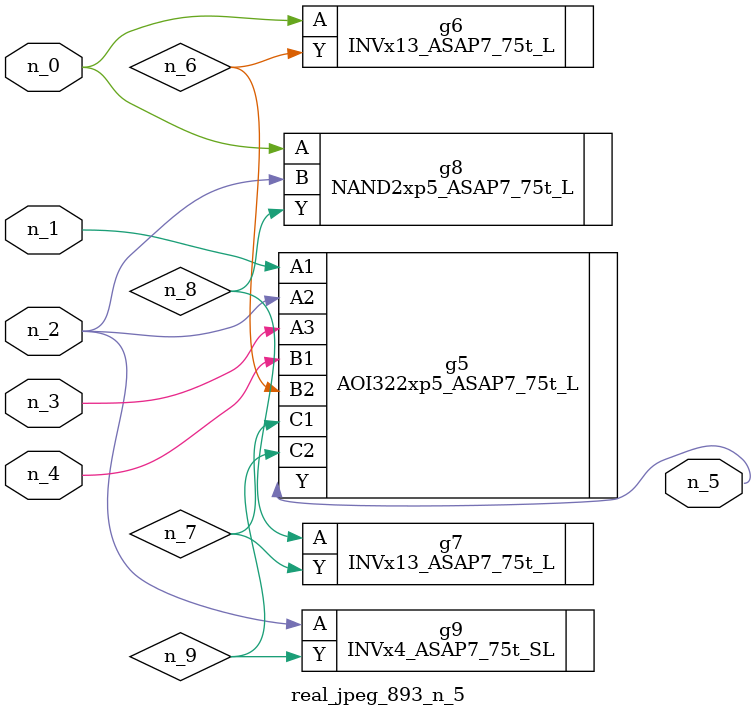
<source format=v>
module real_jpeg_893_n_5 (n_4, n_0, n_1, n_2, n_3, n_5);

input n_4;
input n_0;
input n_1;
input n_2;
input n_3;

output n_5;

wire n_8;
wire n_6;
wire n_7;
wire n_9;

INVx13_ASAP7_75t_L g6 ( 
.A(n_0),
.Y(n_6)
);

NAND2xp5_ASAP7_75t_L g8 ( 
.A(n_0),
.B(n_2),
.Y(n_8)
);

AOI322xp5_ASAP7_75t_L g5 ( 
.A1(n_1),
.A2(n_2),
.A3(n_3),
.B1(n_4),
.B2(n_6),
.C1(n_7),
.C2(n_9),
.Y(n_5)
);

INVx4_ASAP7_75t_SL g9 ( 
.A(n_2),
.Y(n_9)
);

INVx13_ASAP7_75t_L g7 ( 
.A(n_8),
.Y(n_7)
);


endmodule
</source>
